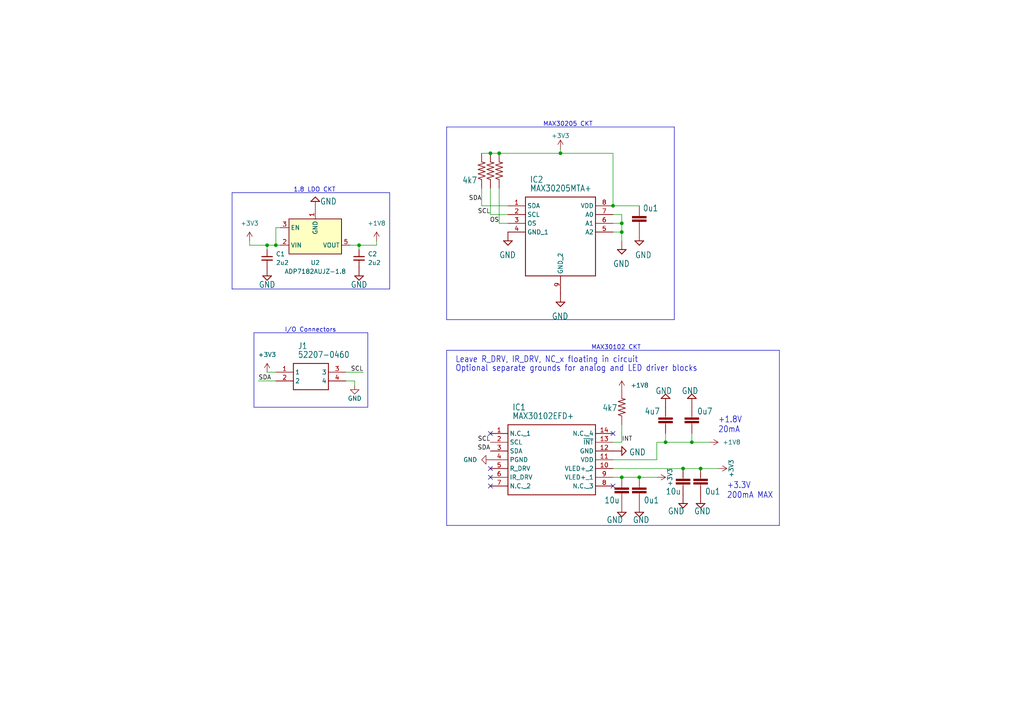
<source format=kicad_sch>
(kicad_sch (version 20230121) (generator eeschema)
  (paper "A4")
  (lib_symbols
    (symbol "Device:C_Small" (pin_numbers hide) (pin_names (offset 0.254) hide)
      (property "Reference" "C" (at 0.254 1.778 0))
      (property "Value" "C_Small" (at 0.254 -2.032 0))
      (symbol "C_Small_0_1"
        (polyline (pts (xy -1.524 -0.508) (xy 1.524 -0.508)) (stroke (width 0.3302)))
        (polyline (pts (xy -1.524 0.508) (xy 1.524 0.508)) (stroke (width 0.3048)))
      )
      (symbol "C_Small_1_1"
        (pin passive line (at 0 2.54 270) (length 2.032) (name "~") (number "1"))
        (pin passive line (at 0 -2.54 90) (length 2.032) (name "~") (number "2"))
      )
    )
    (symbol "IC_PCB-eagle-import:52207-0460"
      (property "Reference" "J" (at 16.51 7.62 0))
      (property "Value" "52207-0460" (at 16.51 5.08 0))
      (symbol "52207-0460_1_0"
        (polyline (pts (xy 5.08 2.54) (xy 5.08 -5.08)) (stroke (width 0.254)))
        (polyline (pts (xy 5.08 2.54) (xy 15.24 2.54)) (stroke (width 0.254)))
        (polyline (pts (xy 15.24 -5.08) (xy 5.08 -5.08)) (stroke (width 0.254)))
        (polyline (pts (xy 15.24 -5.08) (xy 15.24 2.54)) (stroke (width 0.254)))
        (pin bidirectional line (at 0 0 0) (length 5.08) (name "1") (number "1"))
        (pin bidirectional line (at 0 -2.54 0) (length 5.08) (name "2") (number "2"))
        (pin bidirectional line (at 20.32 0 180) (length 5.08) (name "3") (number "3"))
        (pin bidirectional line (at 20.32 -2.54 180) (length 5.08) (name "4") (number "4"))
      )
    )
    (symbol "IC_PCB-eagle-import:C2,5-3"
      (property "Reference" "C" (at 1.524 0.381 0))
      (property "Value" "C2,5-3" (at 1.524 -4.699 0))
      (symbol "C2,5-3_1_0"
        (rectangle (start -2.032 -2.032) (end 2.032 -1.524) (fill (type outline)))
        (rectangle (start -2.032 -1.016) (end 2.032 -0.508) (fill (type outline)))
        (polyline (pts (xy 0 -2.54) (xy 0 -2.032)) (stroke (width 0.1524)))
        (polyline (pts (xy 0 0) (xy 0 -0.508)) (stroke (width 0.1524)))
        (pin passive line (at 0 2.54 270) (length 2.54) (name "1") (number "1"))
        (pin passive line (at 0 -5.08 90) (length 2.54) (name "2") (number "2"))
      )
    )
    (symbol "IC_PCB-eagle-import:C2.5{slash}2"
      (property "Reference" "C" (at 1.524 0.381 0))
      (property "Value" "C2.5{slash}2" (at 1.524 -4.699 0))
      (symbol "C2.5{slash}2_1_0"
        (rectangle (start -2.032 -2.032) (end 2.032 -1.524) (fill (type outline)))
        (rectangle (start -2.032 -1.016) (end 2.032 -0.508) (fill (type outline)))
        (polyline (pts (xy 0 -2.54) (xy 0 -2.032)) (stroke (width 0.1524)))
        (polyline (pts (xy 0 0) (xy 0 -0.508)) (stroke (width 0.1524)))
        (pin passive line (at 0 2.54 270) (length 2.54) (name "1") (number "1"))
        (pin passive line (at 0 -5.08 90) (length 2.54) (name "2") (number "2"))
      )
    )
    (symbol "IC_PCB-eagle-import:GND" (power)
      (property "Value" "GND" (at -1.905 -3.175 0))
      (symbol "GND_1_0"
        (polyline (pts (xy -1.27 0) (xy 1.27 0)) (stroke (width 0.254)))
        (polyline (pts (xy 0 -1.27) (xy -1.27 0)) (stroke (width 0.254)))
        (polyline (pts (xy 1.27 0) (xy 0 -1.27)) (stroke (width 0.254)))
        (pin power_in line (at 0 2.54 270) (length 2.54) (name "GND") (number "1"))
      )
    )
    (symbol "IC_PCB-eagle-import:MAX30102EFD+"
      (property "Reference" "IC" (at 31.75 7.62 0))
      (property "Value" "MAX30102EFD+" (at 31.75 5.08 0))
      (symbol "MAX30102EFD+_1_0"
        (polyline (pts (xy 5.08 2.54) (xy 5.08 -17.78)) (stroke (width 0.254)))
        (polyline (pts (xy 5.08 2.54) (xy 30.48 2.54)) (stroke (width 0.254)))
        (polyline (pts (xy 30.48 -17.78) (xy 5.08 -17.78)) (stroke (width 0.254)))
        (polyline (pts (xy 30.48 -17.78) (xy 30.48 2.54)) (stroke (width 0.254)))
        (pin bidirectional line (at 0 0 0) (length 5.08) (name "N.C._1") (number "1"))
        (pin bidirectional line (at 35.56 -10.16 180) (length 5.08) (name "VLED+_2") (number "10"))
        (pin bidirectional line (at 35.56 -7.62 180) (length 5.08) (name "VDD") (number "11"))
        (pin bidirectional line (at 35.56 -5.08 180) (length 5.08) (name "GND") (number "12"))
        (pin bidirectional line (at 35.56 -2.54 180) (length 5.08) (name "~{INT}") (number "13"))
        (pin bidirectional line (at 35.56 0 180) (length 5.08) (name "N.C._4") (number "14"))
        (pin bidirectional line (at 0 -2.54 0) (length 5.08) (name "SCL") (number "2"))
        (pin bidirectional line (at 0 -5.08 0) (length 5.08) (name "SDA") (number "3"))
        (pin bidirectional line (at 0 -7.62 0) (length 5.08) (name "PGND") (number "4"))
        (pin bidirectional line (at 0 -10.16 0) (length 5.08) (name "R_DRV") (number "5"))
        (pin bidirectional line (at 0 -12.7 0) (length 5.08) (name "IR_DRV") (number "6"))
        (pin bidirectional line (at 0 -15.24 0) (length 5.08) (name "N.C._2") (number "7"))
        (pin bidirectional line (at 35.56 -15.24 180) (length 5.08) (name "N.C._3") (number "8"))
        (pin bidirectional line (at 35.56 -12.7 180) (length 5.08) (name "VLED+_1") (number "9"))
      )
    )
    (symbol "IC_PCB-eagle-import:MAX30205MTA+"
      (property "Reference" "IC" (at 26.67 7.62 0))
      (property "Value" "MAX30205MTA+" (at 26.67 5.08 0))
      (symbol "MAX30205MTA+_1_0"
        (polyline (pts (xy 5.08 2.54) (xy 5.08 -20.32)) (stroke (width 0.254)))
        (polyline (pts (xy 5.08 2.54) (xy 25.4 2.54)) (stroke (width 0.254)))
        (polyline (pts (xy 25.4 -20.32) (xy 5.08 -20.32)) (stroke (width 0.254)))
        (polyline (pts (xy 25.4 -20.32) (xy 25.4 2.54)) (stroke (width 0.254)))
        (pin bidirectional line (at 0 0 0) (length 5.08) (name "SDA") (number "1"))
        (pin bidirectional line (at 0 -2.54 0) (length 5.08) (name "SCL") (number "2"))
        (pin bidirectional line (at 0 -5.08 0) (length 5.08) (name "OS") (number "3"))
        (pin bidirectional line (at 0 -7.62 0) (length 5.08) (name "GND_1") (number "4"))
        (pin bidirectional line (at 30.48 -7.62 180) (length 5.08) (name "A2") (number "5"))
        (pin bidirectional line (at 30.48 -5.08 180) (length 5.08) (name "A1") (number "6"))
        (pin bidirectional line (at 30.48 -2.54 180) (length 5.08) (name "A0") (number "7"))
        (pin bidirectional line (at 30.48 0 180) (length 5.08) (name "VDD") (number "8"))
        (pin bidirectional line (at 15.24 -25.4 90) (length 5.08) (name "GND_2") (number "9"))
      )
    )
    (symbol "IC_PCB-eagle-import:R-US_0204{slash}2V"
      (property "Reference" "R" (at -3.81 1.4986 0))
      (property "Value" "R-US_0204{slash}2V" (at -3.81 -3.302 0))
      (symbol "R-US_0204{slash}2V_1_0"
        (polyline (pts (xy -2.54 0) (xy -2.159 1.016)) (stroke (width 0.2032)))
        (polyline (pts (xy -2.159 1.016) (xy -1.524 -1.016)) (stroke (width 0.2032)))
        (polyline (pts (xy -1.524 -1.016) (xy -0.889 1.016)) (stroke (width 0.2032)))
        (polyline (pts (xy -0.889 1.016) (xy -0.254 -1.016)) (stroke (width 0.2032)))
        (polyline (pts (xy -0.254 -1.016) (xy 0.381 1.016)) (stroke (width 0.2032)))
        (polyline (pts (xy 0.381 1.016) (xy 1.016 -1.016)) (stroke (width 0.2032)))
        (polyline (pts (xy 1.016 -1.016) (xy 1.651 1.016)) (stroke (width 0.2032)))
        (polyline (pts (xy 1.651 1.016) (xy 2.286 -1.016)) (stroke (width 0.2032)))
        (polyline (pts (xy 2.286 -1.016) (xy 2.54 0)) (stroke (width 0.2032)))
        (pin passive line (at -5.08 0 0) (length 2.54) (name "1") (number "1"))
        (pin passive line (at 5.08 0 180) (length 2.54) (name "2") (number "2"))
      )
    )
    (symbol "Regulator_Linear:ADP7182AUJZ-1.8"
      (property "Reference" "U" (at 0 -7.62 0))
      (property "Value" "ADP7182AUJZ-1.8" (at 0 -6.35 0))
      (symbol "ADP7182AUJZ-1.8_0_1"
        (rectangle (start -7.62 5.08) (end 7.62 -5.08) (stroke (width 0.254)) (fill (type background)))
      )
      (symbol "ADP7182AUJZ-1.8_1_1"
        (pin power_in line (at 0 7.62 270) (length 2.54) (name "GND") (number "1"))
        (pin power_in line (at -10.16 -2.54 0) (length 2.54) (name "VIN") (number "2"))
        (pin input line (at -10.16 2.54 0) (length 2.54) (name "EN") (number "3"))
        (pin no_connect line (at 7.62 0 180) (length 2.54) hide (name "NC") (number "4"))
        (pin power_out line (at 10.16 -2.54 180) (length 2.54) (name "VOUT") (number "5"))
      )
    )
    (symbol "power:+1V8" (power) (pin_names (offset 0))
      (property "Value" "+1V8" (at 0 3.556 0))
      (symbol "+1V8_0_1"
        (polyline (pts (xy -0.762 1.27) (xy 0 2.54)))
        (polyline (pts (xy 0 0) (xy 0 2.54)))
        (polyline (pts (xy 0 2.54) (xy 0.762 1.27)))
      )
      (symbol "+1V8_1_1"
        (pin power_in line (at 0 0 90) (length 0) hide (name "+1V8") (number "1"))
      )
    )
    (symbol "power:+3V3" (power) (pin_names (offset 0))
      (property "Value" "+3V3" (at 0 3.556 0))
      (symbol "+3V3_0_1"
        (polyline (pts (xy -0.762 1.27) (xy 0 2.54)))
        (polyline (pts (xy 0 0) (xy 0 2.54)))
        (polyline (pts (xy 0 2.54) (xy 0.762 1.27)))
      )
      (symbol "+3V3_1_1"
        (pin power_in line (at 0 0 90) (length 0) hide (name "+3V3") (number "1"))
      )
    )
    (symbol "power:GND" (power) (pin_names (offset 0))
      (property "Value" "GND" (at 0 -3.81 0))
      (symbol "GND_0_1"
        (polyline (pts (xy 0 0) (xy 0 -1.27) (xy 1.27 -1.27) (xy 0 -2.54) (xy -1.27 -1.27) (xy 0 -1.27)))
      )
      (symbol "GND_1_1"
        (pin power_in line (at 0 0 270) (length 0) hide (name "GND") (number "1"))
      )
    )
  )
  (junction (at 162.56 44.45))
  (junction (at 177.8 59.69))
  (junction (at 185.42 138.43))
  (junction (at 180.34 64.77))
  (junction (at 180.34 67.31))
  (junction (at 180.34 138.43))
  (junction (at 80.01 71.12))
  (junction (at 144.78 44.45))
  (junction (at 193.04 128.27))
  (junction (at 77.47 71.12))
  (junction (at 198.12 135.89))
  (junction (at 104.14 71.12))
  (junction (at 203.2 135.89))
  (junction (at 142.24 44.45))
  (junction (at 200.66 128.27))
  (no_connect (at 142.24 140.97))
  (no_connect (at 142.24 138.43))
  (no_connect (at 142.24 125.73))
  (no_connect (at 142.24 135.89))
  (no_connect (at 177.8 140.97))
  (no_connect (at 177.8 125.73))
  (wire (pts (xy 177.8 133.35) (xy 190.5 133.35)))
  (polyline (pts (xy 129.54 36.83) (xy 195.58 36.83)))
  (wire (pts (xy 180.34 67.31) (xy 180.34 69.85)))
  (wire (pts (xy 80.01 66.04) (xy 80.01 71.12)))
  (wire (pts (xy 190.5 128.27) (xy 193.04 128.27)))
  (wire (pts (xy 80.01 71.12) (xy 77.47 71.12)))
  (polyline (pts (xy 195.58 92.71) (xy 129.54 92.71)))
  (wire (pts (xy 193.04 128.27) (xy 193.04 125.73)))
  (wire (pts (xy 144.78 64.77) (xy 144.78 54.61)))
  (wire (pts (xy 180.34 62.23) (xy 180.34 64.77)))
  (polyline (pts (xy 113.03 55.88) (xy 113.03 83.82)))
  (polyline (pts (xy 226.06 152.4) (xy 129.54 152.4)))
  (wire (pts (xy 101.6 71.12) (xy 104.14 71.12)))
  (wire (pts (xy 200.66 128.27) (xy 200.66 125.73)))
  (wire (pts (xy 139.7 59.69) (xy 139.7 54.61)))
  (wire (pts (xy 74.93 110.49) (xy 80.01 110.49)))
  (wire (pts (xy 177.8 67.31) (xy 180.34 67.31)))
  (wire (pts (xy 180.34 138.43) (xy 185.42 138.43)))
  (polyline (pts (xy 226.06 101.6) (xy 226.06 152.4)))
  (wire (pts (xy 142.24 54.61) (xy 142.24 62.23)))
  (wire (pts (xy 104.14 71.12) (xy 109.22 71.12)))
  (wire (pts (xy 77.47 71.12) (xy 77.47 72.39)))
  (wire (pts (xy 203.2 135.89) (xy 208.28 135.89)))
  (wire (pts (xy 147.32 64.77) (xy 144.78 64.77)))
  (wire (pts (xy 77.47 71.12) (xy 72.39 71.12)))
  (polyline (pts (xy 106.68 118.11) (xy 73.66 118.11)))
  (polyline (pts (xy 67.31 55.88) (xy 113.03 55.88)))
  (wire (pts (xy 72.39 71.12) (xy 72.39 69.85)))
  (polyline (pts (xy 73.66 96.52) (xy 73.66 118.11)))
  (wire (pts (xy 81.28 71.12) (xy 80.01 71.12)))
  (polyline (pts (xy 129.54 101.6) (xy 226.06 101.6)))
  (wire (pts (xy 109.22 69.85) (xy 109.22 71.12)))
  (wire (pts (xy 147.32 59.69) (xy 139.7 59.69)))
  (wire (pts (xy 177.8 62.23) (xy 180.34 62.23)))
  (wire (pts (xy 77.47 107.95) (xy 80.01 107.95)))
  (wire (pts (xy 177.8 128.27) (xy 180.34 128.27)))
  (wire (pts (xy 177.8 138.43) (xy 180.34 138.43)))
  (polyline (pts (xy 67.31 55.88) (xy 67.31 83.82)))
  (wire (pts (xy 144.78 44.45) (xy 162.56 44.45)))
  (wire (pts (xy 142.24 44.45) (xy 144.78 44.45)))
  (wire (pts (xy 81.28 66.04) (xy 80.01 66.04)))
  (polyline (pts (xy 113.03 83.82) (xy 67.31 83.82)))
  (wire (pts (xy 177.8 64.77) (xy 180.34 64.77)))
  (wire (pts (xy 198.12 135.89) (xy 203.2 135.89)))
  (wire (pts (xy 102.87 110.49) (xy 102.87 111.76)))
  (wire (pts (xy 200.66 128.27) (xy 205.74 128.27)))
  (polyline (pts (xy 73.66 96.52) (xy 106.68 96.52)))
  (wire (pts (xy 100.33 110.49) (xy 102.87 110.49)))
  (wire (pts (xy 177.8 44.45) (xy 177.8 59.69)))
  (polyline (pts (xy 129.54 101.6) (xy 129.54 152.4)))
  (wire (pts (xy 162.56 43.18) (xy 162.56 44.45)))
  (wire (pts (xy 139.7 44.45) (xy 142.24 44.45)))
  (wire (pts (xy 100.33 107.95) (xy 105.41 107.95)))
  (wire (pts (xy 193.04 128.27) (xy 200.66 128.27)))
  (wire (pts (xy 147.32 62.23) (xy 142.24 62.23)))
  (polyline (pts (xy 195.58 36.83) (xy 195.58 92.71)))
  (wire (pts (xy 190.5 133.35) (xy 190.5 128.27)))
  (polyline (pts (xy 106.68 96.52) (xy 106.68 118.11)))
  (wire (pts (xy 185.42 138.43) (xy 190.5 138.43)))
  (wire (pts (xy 104.14 71.12) (xy 104.14 72.39)))
  (wire (pts (xy 180.34 64.77) (xy 180.34 67.31)))
  (wire (pts (xy 177.8 135.89) (xy 198.12 135.89)))
  (wire (pts (xy 162.56 44.45) (xy 177.8 44.45)))
  (wire (pts (xy 177.8 59.69) (xy 185.42 59.69)))
  (polyline (pts (xy 129.54 36.83) (xy 129.54 92.71)))
  (wire (pts (xy 180.34 123.19) (xy 180.34 128.27)))
  (text "+3.3V\n200mA MAX" (at 210.82 144.78 0) (effects (font (size 1.778 1.5113)) (justify left bottom)))
  (text "1.8 LDO CKT" (at 85.09 55.88 0) (effects (font (size 1.27 1.27)) (justify left bottom)))
  (text "+1.8V\n20mA" (at 208.28 125.73 0) (effects (font (size 1.778 1.5113)) (justify left bottom)))
  (text "Optional separate grounds for analog and LED driver blocks" (at 132.08 107.95 0) (effects (font (size 1.778 1.5113)) (justify left bottom)))
  (text "MAX30102 CKT" (at 171.45 101.6 0) (effects (font (size 1.27 1.27)) (justify left bottom)))
  (text "MAX30205 CKT" (at 157.48 36.83 0) (effects (font (size 1.27 1.27)) (justify left bottom)))
  (text "I/O Connectors" (at 82.55 96.52 0) (effects (font (size 1.27 1.27)) (justify left bottom)))
  (text "Leave R_DRV, IR_DRV, NC_x floating in circuit" (at 132.08 105.41 0) (effects (font (size 1.778 1.5113)) (justify left bottom)))
  (label "SCL" (at 142.24 128.27 180))
  (label "SCL" (at 105.41 107.95 180))
  (label "SDA" (at 74.93 110.49 0))
  (label "OS" (at 144.78 64.77 180))
  (label "SDA" (at 142.24 130.81 180))
  (label "SDA" (at 139.7 58.42 180))
  (label "SCL" (at 142.24 62.23 180))
  (label "INT" (at 180.34 128.27 0))
  (symbol (lib_id "IC_PCB-eagle-import:GND") (at 180.34 130.81 90) (unit 1)
    (property "Reference" "#SUPPLY0101" (effects hide))
    (property "Value" "GND" (at 187.325 130.175 90) (effects (font (size 1.778 1.5113)) (justify left bottom)))
    (property "Footprint" "IC_PCB:" (effects hide))
  )
  (symbol (lib_id "power:GND") (at 102.87 111.76 0) (unit 1)
    (property "Reference" "#PWR03" (effects hide))
    (property "Value" "GND" (at 102.87 115.57 0))
  )
  (symbol (lib_id "IC_PCB-eagle-import:GND") (at 200.66 115.57 180) (unit 1)
    (property "Reference" "#SUPPLY0105" (effects hide))
    (property "Value" "GND" (at 202.565 112.395 0) (effects (font (size 1.778 1.5113)) (justify left bottom)))
    (property "Footprint" "IC_PCB:" (effects hide))
  )
  (symbol (lib_id "power:+3V3") (at 208.28 135.89 270) (unit 1)
    (property "Reference" "#PWR06" (effects hide))
    (property "Value" "+3V3" (at 212.09 135.89 0))
  )
  (symbol (lib_id "IC_PCB-eagle-import:C2.5{slash}2") (at 185.42 62.23 0) (unit 1)
    (property "Reference" "C4" (effects hide))
    (property "Value" "0u1" (at 186.436 61.341 0) (effects (font (size 1.778 1.5113)) (justify left bottom)))
    (property "Footprint" "Capacitor_SMD:C_0201_0603Metric_Pad0.64x0.40mm_HandSolder" (effects hide))
  )
  (symbol (lib_id "IC_PCB-eagle-import:GND") (at 77.47 80.01 0) (unit 1)
    (property "Reference" "#SUPPLY0108" (effects hide))
    (property "Value" "GND" (at 77.47 82.55 0) (effects (font (size 1.778 1.5113))))
    (property "Footprint" "IC_PCB:" (effects hide))
  )
  (symbol (lib_id "IC_PCB-eagle-import:GND") (at 91.44 58.42 180) (unit 1)
    (property "Reference" "#SUPPLY0109" (effects hide))
    (property "Value" "GND" (at 95.25 58.42 0) (effects (font (size 1.778 1.5113))))
    (property "Footprint" "IC_PCB:" (effects hide))
  )
  (symbol (lib_id "power:+3V3") (at 162.56 43.18 0) (unit 1)
    (property "Reference" "#PWR05" (effects hide))
    (property "Value" "+3V3" (at 162.56 39.37 0))
  )
  (symbol (lib_id "power:GND") (at 142.24 133.35 270) (unit 1)
    (property "Reference" "#PWR0103" (effects hide))
    (property "Value" "GND" (at 138.43 133.35 90) (effects (justify right)))
  )
  (symbol (lib_id "Device:C_Small") (at 104.14 74.93 0) (unit 1)
    (property "Reference" "C2" (at 106.68 73.6663 0) (effects (justify left)))
    (property "Value" "2u2" (at 106.68 76.2063 0) (effects (justify left)))
    (property "Footprint" "Capacitor_SMD:C_0603_1608Metric" (effects hide))
  )
  (symbol (lib_id "IC_PCB-eagle-import:C2,5-3") (at 203.2 138.43 0) (unit 1)
    (property "Reference" "C9" (effects hide))
    (property "Value" "0u1" (at 204.47 143.51 0) (effects (font (size 1.778 1.5113)) (justify left bottom)))
    (property "Footprint" "Capacitor_SMD:C_0201_0603Metric_Pad0.64x0.40mm_HandSolder" (effects hide))
  )
  (symbol (lib_id "Device:C_Small") (at 77.47 74.93 0) (unit 1)
    (property "Reference" "C1" (at 80.01 73.6663 0) (effects (justify left)))
    (property "Value" "2u2" (at 80.01 76.2063 0) (effects (justify left)))
    (property "Footprint" "Capacitor_SMD:C_0603_1608Metric" (effects hide))
  )
  (symbol (lib_id "IC_PCB-eagle-import:GND") (at 162.56 87.63 0) (unit 1)
    (property "Reference" "#SUPPLY0113" (effects hide))
    (property "Value" "GND" (at 160.02 92.71 0) (effects (font (size 1.778 1.5113)) (justify left bottom)))
    (property "Footprint" "IC_PCB:" (effects hide))
  )
  (symbol (lib_id "IC_PCB-eagle-import:GND") (at 185.42 148.59 0) (unit 1)
    (property "Reference" "#SUPPLY0104" (effects hide))
    (property "Value" "GND" (at 183.515 151.765 0) (effects (font (size 1.778 1.5113)) (justify left bottom)))
    (property "Footprint" "IC_PCB:" (effects hide))
  )
  (symbol (lib_id "Regulator_Linear:ADP7182AUJZ-1.8") (at 91.44 68.58 0) (unit 1)
    (property "Reference" "U2" (at 91.44 76.2 0))
    (property "Value" "ADP7182AUJZ-1.8" (at 91.44 78.74 0))
    (property "Footprint" "Package_TO_SOT_SMD:TSOT-23-5" (effects hide))
    (property "Datasheet" "https://www.analog.com/media/en/technical-documentation/data-sheets/ADP7182.pdf" (effects hide))
  )
  (symbol (lib_id "IC_PCB-eagle-import:MAX30205MTA+") (at 147.32 59.69 0) (unit 1)
    (property "Reference" "IC2" (at 153.67 52.07 0) (effects (font (size 1.778 1.5113)) (justify left)))
    (property "Value" "MAX30205MTA+" (at 153.67 54.61 0) (effects (font (size 1.778 1.5113)) (justify left)))
    (property "Footprint" "MAX30205MTA+:SON65P300X300X80-9N" (effects hide))
  )
  (symbol (lib_id "power:+1V8") (at 109.22 69.85 0) (unit 1)
    (property "Reference" "#PWR01" (effects hide))
    (property "Value" "+1V8" (at 109.22 64.77 0))
  )
  (symbol (lib_id "IC_PCB-eagle-import:C2,5-3") (at 185.42 140.97 0) (unit 1)
    (property "Reference" "C5" (effects hide))
    (property "Value" "0u1" (at 186.69 146.05 0) (effects (font (size 1.778 1.5113)) (justify left bottom)))
    (property "Footprint" "Capacitor_SMD:C_0201_0603Metric_Pad0.64x0.40mm_HandSolder" (effects hide))
  )
  (symbol (lib_id "IC_PCB-eagle-import:GND") (at 203.2 146.05 0) (unit 1)
    (property "Reference" "#SUPPLY0106" (effects hide))
    (property "Value" "GND" (at 201.295 149.225 0) (effects (font (size 1.778 1.5113)) (justify left bottom)))
    (property "Footprint" "IC_PCB:" (effects hide))
  )
  (symbol (lib_id "IC_PCB-eagle-import:GND") (at 198.12 146.05 0) (unit 1)
    (property "Reference" "#SUPPLY0102" (effects hide))
    (property "Value" "GND" (at 193.675 149.225 0) (effects (font (size 1.778 1.5113)) (justify left bottom)))
    (property "Footprint" "IC_PCB:" (effects hide))
  )
  (symbol (lib_id "IC_PCB-eagle-import:R-US_0204{slash}2V") (at 180.34 118.11 90) (unit 1)
    (property "Reference" "R6" (effects hide))
    (property "Value" "4k7" (at 179.07 117.348 90) (effects (font (size 1.778 1.5113)) (justify left bottom)))
    (property "Footprint" "Resistor_SMD:R_0201_0603Metric_Pad0.64x0.40mm_HandSolder" (effects hide))
  )
  (symbol (lib_id "IC_PCB-eagle-import:C2,5-3") (at 200.66 120.65 0) (unit 1)
    (property "Reference" "C8" (effects hide))
    (property "Value" "0u7" (at 202.184 120.269 0) (effects (font (size 1.778 1.5113)) (justify left bottom)))
    (property "Footprint" "Capacitor_SMD:C_0201_0603Metric_Pad0.64x0.40mm_HandSolder" (effects hide))
  )
  (symbol (lib_id "IC_PCB-eagle-import:GND") (at 180.34 72.39 0) (unit 1)
    (property "Reference" "#SUPPLY0112" (effects hide))
    (property "Value" "GND" (at 177.8 77.47 0) (effects (font (size 1.778 1.5113)) (justify left bottom)))
    (property "Footprint" "IC_PCB:" (effects hide))
  )
  (symbol (lib_id "IC_PCB-eagle-import:R-US_0204{slash}2V") (at 139.7 49.53 90) (unit 1)
    (property "Reference" "R3" (effects hide))
    (property "Value" "4.7k" (effects hide))
    (property "Footprint" "Resistor_SMD:R_0201_0603Metric_Pad0.64x0.40mm_HandSolder" (effects hide))
  )
  (symbol (lib_id "IC_PCB-eagle-import:R-US_0204{slash}2V") (at 144.78 49.53 90) (unit 1)
    (property "Reference" "R5" (effects hide))
    (property "Value" "4k7" (at 138.43 51.308 90) (effects (font (size 1.778 1.5113)) (justify left bottom)))
    (property "Footprint" "Resistor_SMD:R_0201_0603Metric_Pad0.64x0.40mm_HandSolder" (effects hide))
  )
  (symbol (lib_id "power:+1V8") (at 180.34 113.03 0) (unit 1)
    (property "Reference" "#PWR0102" (effects hide))
    (property "Value" "+1V8" (at 182.88 111.76 0) (effects (justify left)))
  )
  (symbol (lib_id "IC_PCB-eagle-import:GND") (at 193.04 115.57 180) (unit 1)
    (property "Reference" "#SUPPLY0110" (effects hide))
    (property "Value" "GND" (at 194.945 112.395 0) (effects (font (size 1.778 1.5113)) (justify left bottom)))
    (property "Footprint" "IC_PCB:" (effects hide))
  )
  (symbol (lib_id "IC_PCB-eagle-import:C2,5-3") (at 193.04 120.65 0) (unit 1)
    (property "Reference" "C6" (effects hide))
    (property "Value" "4u7" (at 186.944 120.269 0) (effects (font (size 1.778 1.5113)) (justify left bottom)))
    (property "Footprint" "Capacitor_SMD:C_0201_0603Metric_Pad0.64x0.40mm_HandSolder" (effects hide))
  )
  (symbol (lib_id "IC_PCB-eagle-import:GND") (at 147.32 69.85 0) (unit 1)
    (property "Reference" "#SUPPLY0114" (effects hide))
    (property "Value" "GND" (at 144.78 74.93 0) (effects (font (size 1.778 1.5113)) (justify left bottom)))
    (property "Footprint" "IC_PCB:" (effects hide))
  )
  (symbol (lib_id "power:+1V8") (at 205.74 128.27 270) (unit 1)
    (property "Reference" "#PWR0101" (effects hide))
    (property "Value" "+1V8" (at 209.55 128.2699 90) (effects (justify left)))
  )
  (symbol (lib_id "power:+3V3") (at 72.39 69.85 0) (unit 1)
    (property "Reference" "#PWR04" (effects hide))
    (property "Value" "+3V3" (at 72.39 64.77 0))
  )
  (symbol (lib_id "IC_PCB-eagle-import:52207-0460") (at 80.01 107.95 0) (unit 1)
    (property "Reference" "J1" (at 86.36 100.33 0) (effects (font (size 1.778 1.5113)) (justify left)))
    (property "Value" "52207-0460" (at 86.36 102.87 0) (effects (font (size 1.778 1.5113)) (justify left)))
    (property "Footprint" "52207-0460:0522070433" (effects hide))
  )
  (symbol (lib_id "IC_PCB-eagle-import:GND") (at 104.14 80.01 0) (unit 1)
    (property "Reference" "#SUPPLY0107" (effects hide))
    (property "Value" "GND" (at 104.14 82.55 0) (effects (font (size 1.778 1.5113))))
    (property "Footprint" "IC_PCB:" (effects hide))
  )
  (symbol (lib_id "power:+3V3") (at 77.47 107.95 0) (unit 1)
    (property "Reference" "#PWR02" (effects hide))
    (property "Value" "+3V3" (at 77.47 102.87 0))
  )
  (symbol (lib_id "IC_PCB-eagle-import:C2,5-3") (at 180.34 140.97 0) (unit 1)
    (property "Reference" "C3" (effects hide))
    (property "Value" "10u" (at 175.26 146.05 0) (effects (font (size 1.778 1.5113)) (justify left bottom)))
    (property "Footprint" "Capacitor_SMD:C_0603_1608Metric" (effects hide))
  )
  (symbol (lib_id "IC_PCB-eagle-import:GND") (at 185.42 69.85 0) (unit 1)
    (property "Reference" "#SUPPLY0111" (effects hide))
    (property "Value" "GND" (at 184.15 74.93 0) (effects (font (size 1.778 1.5113)) (justify left bottom)))
    (property "Footprint" "IC_PCB:" (effects hide))
  )
  (symbol (lib_id "IC_PCB-eagle-import:GND") (at 180.34 148.59 0) (unit 1)
    (property "Reference" "#SUPPLY0103" (effects hide))
    (property "Value" "GND" (at 175.895 151.765 0) (effects (font (size 1.778 1.5113)) (justify left bottom)))
    (property "Footprint" "IC_PCB:" (effects hide))
  )
  (symbol (lib_id "IC_PCB-eagle-import:R-US_0204{slash}2V") (at 142.24 49.53 90) (unit 1)
    (property "Reference" "R4" (effects hide))
    (property "Value" "4.7k" (effects hide))
    (property "Footprint" "Resistor_SMD:R_0201_0603Metric_Pad0.64x0.40mm_HandSolder" (effects hide))
  )
  (symbol (lib_id "IC_PCB-eagle-import:C2,5-3") (at 198.12 138.43 0) (unit 1)
    (property "Reference" "C7" (effects hide))
    (property "Value" "10u" (at 193.04 143.51 0) (effects (font (size 1.778 1.5113)) (justify left bottom)))
    (property "Footprint" "Capacitor_SMD:C_0603_1608Metric" (effects hide))
  )
  (symbol (lib_id "IC_PCB-eagle-import:MAX30102EFD+") (at 142.24 125.73 0) (unit 1)
    (property "Reference" "IC1" (at 148.59 118.11 0) (effects (font (size 1.778 1.5113)) (justify left)))
    (property "Value" "MAX30102EFD+" (at 148.59 120.65 0) (effects (font (size 1.778 1.5113)) (justify left)))
    (property "Footprint" "MAX30102EFD+:14-LEAD-OESIP" (effects hide))
  )
  (symbol (lib_id "power:+3V3") (at 190.5 138.43 270) (unit 1)
    (property "Reference" "#PWR07" (effects hide))
    (property "Value" "+3V3" (at 194.31 138.43 0))
  )
)
</source>
